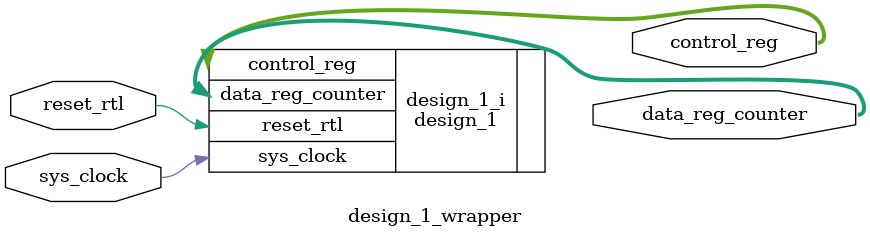
<source format=v>
`timescale 1 ps / 1 ps

module design_1_wrapper
   (control_reg,
    data_reg_counter,
    reset_rtl,
    sys_clock);
  output [31:0]control_reg;
  output [31:0]data_reg_counter;
  input reset_rtl;
  input sys_clock;

  wire [31:0]control_reg;
  wire [31:0]data_reg_counter;
  wire reset_rtl;
  wire sys_clock;

  design_1 design_1_i
       (.control_reg(control_reg),
        .data_reg_counter(data_reg_counter),
        .reset_rtl(reset_rtl),
        .sys_clock(sys_clock));
endmodule

</source>
